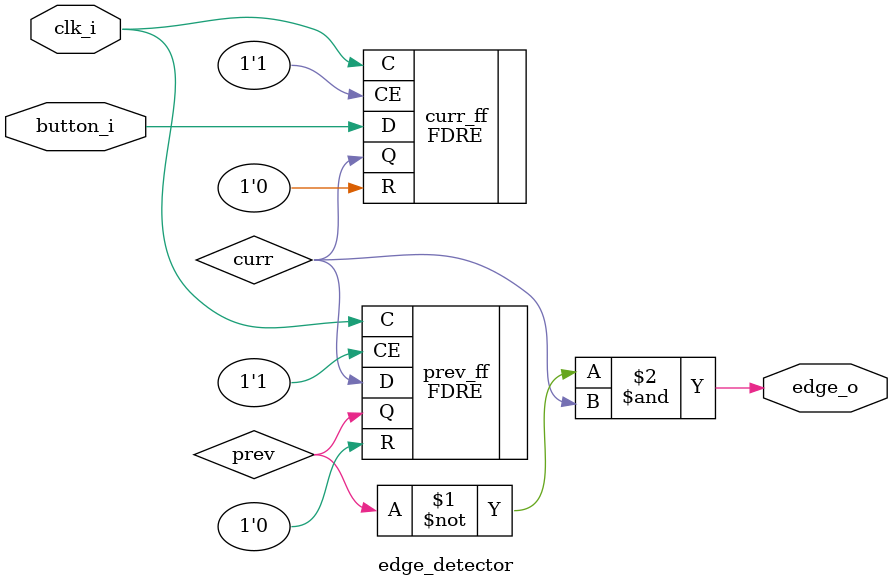
<source format=v>
`timescale 1ns / 1ps


module edge_detector(
    input clk_i,
    input button_i,
    output edge_o
    );
    
    wire prev, curr;
    
    FDRE #(.INIT(1'b0)) curr_ff (.C(clk_i), .R(1'b0), .CE(1'b1), .D(button_i), .Q(curr)); // Bit 0 Flip Flop, feeds into bit 1
    FDRE #(.INIT(1'b0)) prev_ff (.C(clk_i), .R(1'b0), .CE(1'b1), .D(curr), .Q(prev)); // Bit 0 Flip Flop, feeds into bit 1
    
    assign edge_o = ~prev & curr;
    
endmodule

</source>
